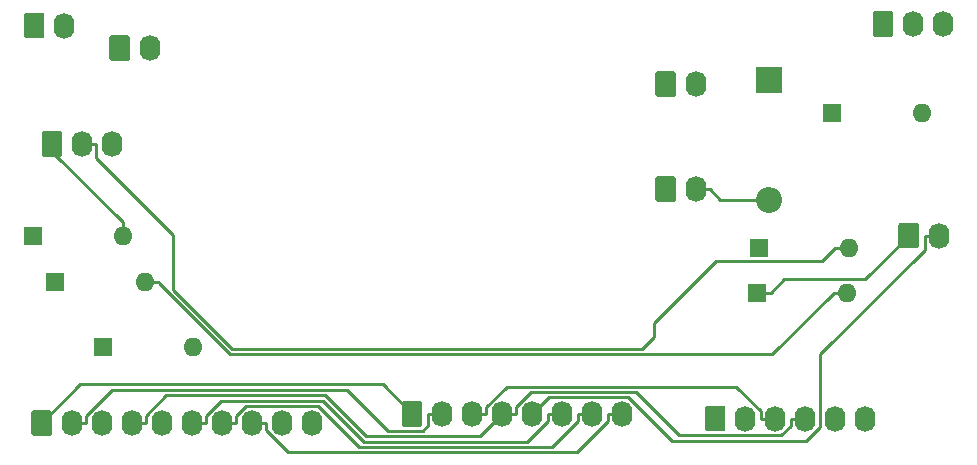
<source format=gbr>
G04 #@! TF.GenerationSoftware,KiCad,Pcbnew,(5.1.5-0-10_14)*
G04 #@! TF.CreationDate,2021-04-18T14:44:46+10:00*
G04 #@! TF.ProjectId,OH - Right Console - 5 - Sensor Panel,4f48202d-2052-4696-9768-7420436f6e73,rev?*
G04 #@! TF.SameCoordinates,Original*
G04 #@! TF.FileFunction,Copper,L1,Top*
G04 #@! TF.FilePolarity,Positive*
%FSLAX46Y46*%
G04 Gerber Fmt 4.6, Leading zero omitted, Abs format (unit mm)*
G04 Created by KiCad (PCBNEW (5.1.5-0-10_14)) date 2021-04-18 14:44:46*
%MOMM*%
%LPD*%
G04 APERTURE LIST*
%ADD10O,1.740000X2.200000*%
%ADD11C,0.100000*%
%ADD12O,2.200000X2.200000*%
%ADD13R,2.200000X2.200000*%
%ADD14O,1.600000X1.600000*%
%ADD15R,1.600000X1.600000*%
%ADD16C,0.250000*%
G04 APERTURE END LIST*
D10*
X128397000Y-72009000D03*
G04 #@! TA.AperFunction,ComponentPad*
D11*
G36*
X126501505Y-70910204D02*
G01*
X126525773Y-70913804D01*
X126549572Y-70919765D01*
X126572671Y-70928030D01*
X126594850Y-70938520D01*
X126615893Y-70951132D01*
X126635599Y-70965747D01*
X126653777Y-70982223D01*
X126670253Y-71000401D01*
X126684868Y-71020107D01*
X126697480Y-71041150D01*
X126707970Y-71063329D01*
X126716235Y-71086428D01*
X126722196Y-71110227D01*
X126725796Y-71134495D01*
X126727000Y-71158999D01*
X126727000Y-72859001D01*
X126725796Y-72883505D01*
X126722196Y-72907773D01*
X126716235Y-72931572D01*
X126707970Y-72954671D01*
X126697480Y-72976850D01*
X126684868Y-72997893D01*
X126670253Y-73017599D01*
X126653777Y-73035777D01*
X126635599Y-73052253D01*
X126615893Y-73066868D01*
X126594850Y-73079480D01*
X126572671Y-73089970D01*
X126549572Y-73098235D01*
X126525773Y-73104196D01*
X126501505Y-73107796D01*
X126477001Y-73109000D01*
X125236999Y-73109000D01*
X125212495Y-73107796D01*
X125188227Y-73104196D01*
X125164428Y-73098235D01*
X125141329Y-73089970D01*
X125119150Y-73079480D01*
X125098107Y-73066868D01*
X125078401Y-73052253D01*
X125060223Y-73035777D01*
X125043747Y-73017599D01*
X125029132Y-72997893D01*
X125016520Y-72976850D01*
X125006030Y-72954671D01*
X124997765Y-72931572D01*
X124991804Y-72907773D01*
X124988204Y-72883505D01*
X124987000Y-72859001D01*
X124987000Y-71158999D01*
X124988204Y-71134495D01*
X124991804Y-71110227D01*
X124997765Y-71086428D01*
X125006030Y-71063329D01*
X125016520Y-71041150D01*
X125029132Y-71020107D01*
X125043747Y-71000401D01*
X125060223Y-70982223D01*
X125078401Y-70965747D01*
X125098107Y-70951132D01*
X125119150Y-70938520D01*
X125141329Y-70928030D01*
X125164428Y-70919765D01*
X125188227Y-70913804D01*
X125212495Y-70910204D01*
X125236999Y-70909000D01*
X126477001Y-70909000D01*
X126501505Y-70910204D01*
G37*
G04 #@! TD.AperFunction*
D10*
X128397000Y-80899000D03*
G04 #@! TA.AperFunction,ComponentPad*
D11*
G36*
X126501505Y-79800204D02*
G01*
X126525773Y-79803804D01*
X126549572Y-79809765D01*
X126572671Y-79818030D01*
X126594850Y-79828520D01*
X126615893Y-79841132D01*
X126635599Y-79855747D01*
X126653777Y-79872223D01*
X126670253Y-79890401D01*
X126684868Y-79910107D01*
X126697480Y-79931150D01*
X126707970Y-79953329D01*
X126716235Y-79976428D01*
X126722196Y-80000227D01*
X126725796Y-80024495D01*
X126727000Y-80048999D01*
X126727000Y-81749001D01*
X126725796Y-81773505D01*
X126722196Y-81797773D01*
X126716235Y-81821572D01*
X126707970Y-81844671D01*
X126697480Y-81866850D01*
X126684868Y-81887893D01*
X126670253Y-81907599D01*
X126653777Y-81925777D01*
X126635599Y-81942253D01*
X126615893Y-81956868D01*
X126594850Y-81969480D01*
X126572671Y-81979970D01*
X126549572Y-81988235D01*
X126525773Y-81994196D01*
X126501505Y-81997796D01*
X126477001Y-81999000D01*
X125236999Y-81999000D01*
X125212495Y-81997796D01*
X125188227Y-81994196D01*
X125164428Y-81988235D01*
X125141329Y-81979970D01*
X125119150Y-81969480D01*
X125098107Y-81956868D01*
X125078401Y-81942253D01*
X125060223Y-81925777D01*
X125043747Y-81907599D01*
X125029132Y-81887893D01*
X125016520Y-81866850D01*
X125006030Y-81844671D01*
X124997765Y-81821572D01*
X124991804Y-81797773D01*
X124988204Y-81773505D01*
X124987000Y-81749001D01*
X124987000Y-80048999D01*
X124988204Y-80024495D01*
X124991804Y-80000227D01*
X124997765Y-79976428D01*
X125006030Y-79953329D01*
X125016520Y-79931150D01*
X125029132Y-79910107D01*
X125043747Y-79890401D01*
X125060223Y-79872223D01*
X125078401Y-79855747D01*
X125098107Y-79841132D01*
X125119150Y-79828520D01*
X125141329Y-79818030D01*
X125164428Y-79809765D01*
X125188227Y-79803804D01*
X125212495Y-79800204D01*
X125236999Y-79799000D01*
X126477001Y-79799000D01*
X126501505Y-79800204D01*
G37*
G04 #@! TD.AperFunction*
D12*
X134620000Y-81788000D03*
D13*
X134620000Y-71628000D03*
D10*
X142748000Y-100330000D03*
X140208000Y-100330000D03*
X137668000Y-100330000D03*
X135128000Y-100330000D03*
X132588000Y-100330000D03*
G04 #@! TA.AperFunction,ComponentPad*
D11*
G36*
X130692505Y-99231204D02*
G01*
X130716773Y-99234804D01*
X130740572Y-99240765D01*
X130763671Y-99249030D01*
X130785850Y-99259520D01*
X130806893Y-99272132D01*
X130826599Y-99286747D01*
X130844777Y-99303223D01*
X130861253Y-99321401D01*
X130875868Y-99341107D01*
X130888480Y-99362150D01*
X130898970Y-99384329D01*
X130907235Y-99407428D01*
X130913196Y-99431227D01*
X130916796Y-99455495D01*
X130918000Y-99479999D01*
X130918000Y-101180001D01*
X130916796Y-101204505D01*
X130913196Y-101228773D01*
X130907235Y-101252572D01*
X130898970Y-101275671D01*
X130888480Y-101297850D01*
X130875868Y-101318893D01*
X130861253Y-101338599D01*
X130844777Y-101356777D01*
X130826599Y-101373253D01*
X130806893Y-101387868D01*
X130785850Y-101400480D01*
X130763671Y-101410970D01*
X130740572Y-101419235D01*
X130716773Y-101425196D01*
X130692505Y-101428796D01*
X130668001Y-101430000D01*
X129427999Y-101430000D01*
X129403495Y-101428796D01*
X129379227Y-101425196D01*
X129355428Y-101419235D01*
X129332329Y-101410970D01*
X129310150Y-101400480D01*
X129289107Y-101387868D01*
X129269401Y-101373253D01*
X129251223Y-101356777D01*
X129234747Y-101338599D01*
X129220132Y-101318893D01*
X129207520Y-101297850D01*
X129197030Y-101275671D01*
X129188765Y-101252572D01*
X129182804Y-101228773D01*
X129179204Y-101204505D01*
X129178000Y-101180001D01*
X129178000Y-99479999D01*
X129179204Y-99455495D01*
X129182804Y-99431227D01*
X129188765Y-99407428D01*
X129197030Y-99384329D01*
X129207520Y-99362150D01*
X129220132Y-99341107D01*
X129234747Y-99321401D01*
X129251223Y-99303223D01*
X129269401Y-99286747D01*
X129289107Y-99272132D01*
X129310150Y-99259520D01*
X129332329Y-99249030D01*
X129355428Y-99240765D01*
X129379227Y-99234804D01*
X129403495Y-99231204D01*
X129427999Y-99230000D01*
X130668001Y-99230000D01*
X130692505Y-99231204D01*
G37*
G04 #@! TD.AperFunction*
D10*
X95885000Y-100711000D03*
X93345000Y-100711000D03*
X90805000Y-100711000D03*
X88265000Y-100711000D03*
X85725000Y-100711000D03*
X83185000Y-100711000D03*
X80645000Y-100711000D03*
X78105000Y-100711000D03*
X75565000Y-100711000D03*
G04 #@! TA.AperFunction,ComponentPad*
D11*
G36*
X73669505Y-99612204D02*
G01*
X73693773Y-99615804D01*
X73717572Y-99621765D01*
X73740671Y-99630030D01*
X73762850Y-99640520D01*
X73783893Y-99653132D01*
X73803599Y-99667747D01*
X73821777Y-99684223D01*
X73838253Y-99702401D01*
X73852868Y-99722107D01*
X73865480Y-99743150D01*
X73875970Y-99765329D01*
X73884235Y-99788428D01*
X73890196Y-99812227D01*
X73893796Y-99836495D01*
X73895000Y-99860999D01*
X73895000Y-101561001D01*
X73893796Y-101585505D01*
X73890196Y-101609773D01*
X73884235Y-101633572D01*
X73875970Y-101656671D01*
X73865480Y-101678850D01*
X73852868Y-101699893D01*
X73838253Y-101719599D01*
X73821777Y-101737777D01*
X73803599Y-101754253D01*
X73783893Y-101768868D01*
X73762850Y-101781480D01*
X73740671Y-101791970D01*
X73717572Y-101800235D01*
X73693773Y-101806196D01*
X73669505Y-101809796D01*
X73645001Y-101811000D01*
X72404999Y-101811000D01*
X72380495Y-101809796D01*
X72356227Y-101806196D01*
X72332428Y-101800235D01*
X72309329Y-101791970D01*
X72287150Y-101781480D01*
X72266107Y-101768868D01*
X72246401Y-101754253D01*
X72228223Y-101737777D01*
X72211747Y-101719599D01*
X72197132Y-101699893D01*
X72184520Y-101678850D01*
X72174030Y-101656671D01*
X72165765Y-101633572D01*
X72159804Y-101609773D01*
X72156204Y-101585505D01*
X72155000Y-101561001D01*
X72155000Y-99860999D01*
X72156204Y-99836495D01*
X72159804Y-99812227D01*
X72165765Y-99788428D01*
X72174030Y-99765329D01*
X72184520Y-99743150D01*
X72197132Y-99722107D01*
X72211747Y-99702401D01*
X72228223Y-99684223D01*
X72246401Y-99667747D01*
X72266107Y-99653132D01*
X72287150Y-99640520D01*
X72309329Y-99630030D01*
X72332428Y-99621765D01*
X72356227Y-99615804D01*
X72380495Y-99612204D01*
X72404999Y-99611000D01*
X73645001Y-99611000D01*
X73669505Y-99612204D01*
G37*
G04 #@! TD.AperFunction*
D10*
X148971000Y-84836000D03*
G04 #@! TA.AperFunction,ComponentPad*
D11*
G36*
X147075505Y-83737204D02*
G01*
X147099773Y-83740804D01*
X147123572Y-83746765D01*
X147146671Y-83755030D01*
X147168850Y-83765520D01*
X147189893Y-83778132D01*
X147209599Y-83792747D01*
X147227777Y-83809223D01*
X147244253Y-83827401D01*
X147258868Y-83847107D01*
X147271480Y-83868150D01*
X147281970Y-83890329D01*
X147290235Y-83913428D01*
X147296196Y-83937227D01*
X147299796Y-83961495D01*
X147301000Y-83985999D01*
X147301000Y-85686001D01*
X147299796Y-85710505D01*
X147296196Y-85734773D01*
X147290235Y-85758572D01*
X147281970Y-85781671D01*
X147271480Y-85803850D01*
X147258868Y-85824893D01*
X147244253Y-85844599D01*
X147227777Y-85862777D01*
X147209599Y-85879253D01*
X147189893Y-85893868D01*
X147168850Y-85906480D01*
X147146671Y-85916970D01*
X147123572Y-85925235D01*
X147099773Y-85931196D01*
X147075505Y-85934796D01*
X147051001Y-85936000D01*
X145810999Y-85936000D01*
X145786495Y-85934796D01*
X145762227Y-85931196D01*
X145738428Y-85925235D01*
X145715329Y-85916970D01*
X145693150Y-85906480D01*
X145672107Y-85893868D01*
X145652401Y-85879253D01*
X145634223Y-85862777D01*
X145617747Y-85844599D01*
X145603132Y-85824893D01*
X145590520Y-85803850D01*
X145580030Y-85781671D01*
X145571765Y-85758572D01*
X145565804Y-85734773D01*
X145562204Y-85710505D01*
X145561000Y-85686001D01*
X145561000Y-83985999D01*
X145562204Y-83961495D01*
X145565804Y-83937227D01*
X145571765Y-83913428D01*
X145580030Y-83890329D01*
X145590520Y-83868150D01*
X145603132Y-83847107D01*
X145617747Y-83827401D01*
X145634223Y-83809223D01*
X145652401Y-83792747D01*
X145672107Y-83778132D01*
X145693150Y-83765520D01*
X145715329Y-83755030D01*
X145738428Y-83746765D01*
X145762227Y-83740804D01*
X145786495Y-83737204D01*
X145810999Y-83736000D01*
X147051001Y-83736000D01*
X147075505Y-83737204D01*
G37*
G04 #@! TD.AperFunction*
D10*
X82169000Y-68961000D03*
G04 #@! TA.AperFunction,ComponentPad*
D11*
G36*
X80273505Y-67862204D02*
G01*
X80297773Y-67865804D01*
X80321572Y-67871765D01*
X80344671Y-67880030D01*
X80366850Y-67890520D01*
X80387893Y-67903132D01*
X80407599Y-67917747D01*
X80425777Y-67934223D01*
X80442253Y-67952401D01*
X80456868Y-67972107D01*
X80469480Y-67993150D01*
X80479970Y-68015329D01*
X80488235Y-68038428D01*
X80494196Y-68062227D01*
X80497796Y-68086495D01*
X80499000Y-68110999D01*
X80499000Y-69811001D01*
X80497796Y-69835505D01*
X80494196Y-69859773D01*
X80488235Y-69883572D01*
X80479970Y-69906671D01*
X80469480Y-69928850D01*
X80456868Y-69949893D01*
X80442253Y-69969599D01*
X80425777Y-69987777D01*
X80407599Y-70004253D01*
X80387893Y-70018868D01*
X80366850Y-70031480D01*
X80344671Y-70041970D01*
X80321572Y-70050235D01*
X80297773Y-70056196D01*
X80273505Y-70059796D01*
X80249001Y-70061000D01*
X79008999Y-70061000D01*
X78984495Y-70059796D01*
X78960227Y-70056196D01*
X78936428Y-70050235D01*
X78913329Y-70041970D01*
X78891150Y-70031480D01*
X78870107Y-70018868D01*
X78850401Y-70004253D01*
X78832223Y-69987777D01*
X78815747Y-69969599D01*
X78801132Y-69949893D01*
X78788520Y-69928850D01*
X78778030Y-69906671D01*
X78769765Y-69883572D01*
X78763804Y-69859773D01*
X78760204Y-69835505D01*
X78759000Y-69811001D01*
X78759000Y-68110999D01*
X78760204Y-68086495D01*
X78763804Y-68062227D01*
X78769765Y-68038428D01*
X78778030Y-68015329D01*
X78788520Y-67993150D01*
X78801132Y-67972107D01*
X78815747Y-67952401D01*
X78832223Y-67934223D01*
X78850401Y-67917747D01*
X78870107Y-67903132D01*
X78891150Y-67890520D01*
X78913329Y-67880030D01*
X78936428Y-67871765D01*
X78960227Y-67865804D01*
X78984495Y-67862204D01*
X79008999Y-67861000D01*
X80249001Y-67861000D01*
X80273505Y-67862204D01*
G37*
G04 #@! TD.AperFunction*
D10*
X74930000Y-67056000D03*
G04 #@! TA.AperFunction,ComponentPad*
D11*
G36*
X73034505Y-65957204D02*
G01*
X73058773Y-65960804D01*
X73082572Y-65966765D01*
X73105671Y-65975030D01*
X73127850Y-65985520D01*
X73148893Y-65998132D01*
X73168599Y-66012747D01*
X73186777Y-66029223D01*
X73203253Y-66047401D01*
X73217868Y-66067107D01*
X73230480Y-66088150D01*
X73240970Y-66110329D01*
X73249235Y-66133428D01*
X73255196Y-66157227D01*
X73258796Y-66181495D01*
X73260000Y-66205999D01*
X73260000Y-67906001D01*
X73258796Y-67930505D01*
X73255196Y-67954773D01*
X73249235Y-67978572D01*
X73240970Y-68001671D01*
X73230480Y-68023850D01*
X73217868Y-68044893D01*
X73203253Y-68064599D01*
X73186777Y-68082777D01*
X73168599Y-68099253D01*
X73148893Y-68113868D01*
X73127850Y-68126480D01*
X73105671Y-68136970D01*
X73082572Y-68145235D01*
X73058773Y-68151196D01*
X73034505Y-68154796D01*
X73010001Y-68156000D01*
X71769999Y-68156000D01*
X71745495Y-68154796D01*
X71721227Y-68151196D01*
X71697428Y-68145235D01*
X71674329Y-68136970D01*
X71652150Y-68126480D01*
X71631107Y-68113868D01*
X71611401Y-68099253D01*
X71593223Y-68082777D01*
X71576747Y-68064599D01*
X71562132Y-68044893D01*
X71549520Y-68023850D01*
X71539030Y-68001671D01*
X71530765Y-67978572D01*
X71524804Y-67954773D01*
X71521204Y-67930505D01*
X71520000Y-67906001D01*
X71520000Y-66205999D01*
X71521204Y-66181495D01*
X71524804Y-66157227D01*
X71530765Y-66133428D01*
X71539030Y-66110329D01*
X71549520Y-66088150D01*
X71562132Y-66067107D01*
X71576747Y-66047401D01*
X71593223Y-66029223D01*
X71611401Y-66012747D01*
X71631107Y-65998132D01*
X71652150Y-65985520D01*
X71674329Y-65975030D01*
X71697428Y-65966765D01*
X71721227Y-65960804D01*
X71745495Y-65957204D01*
X71769999Y-65956000D01*
X73010001Y-65956000D01*
X73034505Y-65957204D01*
G37*
G04 #@! TD.AperFunction*
D10*
X149352000Y-66929000D03*
X146812000Y-66929000D03*
G04 #@! TA.AperFunction,ComponentPad*
D11*
G36*
X144916505Y-65830204D02*
G01*
X144940773Y-65833804D01*
X144964572Y-65839765D01*
X144987671Y-65848030D01*
X145009850Y-65858520D01*
X145030893Y-65871132D01*
X145050599Y-65885747D01*
X145068777Y-65902223D01*
X145085253Y-65920401D01*
X145099868Y-65940107D01*
X145112480Y-65961150D01*
X145122970Y-65983329D01*
X145131235Y-66006428D01*
X145137196Y-66030227D01*
X145140796Y-66054495D01*
X145142000Y-66078999D01*
X145142000Y-67779001D01*
X145140796Y-67803505D01*
X145137196Y-67827773D01*
X145131235Y-67851572D01*
X145122970Y-67874671D01*
X145112480Y-67896850D01*
X145099868Y-67917893D01*
X145085253Y-67937599D01*
X145068777Y-67955777D01*
X145050599Y-67972253D01*
X145030893Y-67986868D01*
X145009850Y-67999480D01*
X144987671Y-68009970D01*
X144964572Y-68018235D01*
X144940773Y-68024196D01*
X144916505Y-68027796D01*
X144892001Y-68029000D01*
X143651999Y-68029000D01*
X143627495Y-68027796D01*
X143603227Y-68024196D01*
X143579428Y-68018235D01*
X143556329Y-68009970D01*
X143534150Y-67999480D01*
X143513107Y-67986868D01*
X143493401Y-67972253D01*
X143475223Y-67955777D01*
X143458747Y-67937599D01*
X143444132Y-67917893D01*
X143431520Y-67896850D01*
X143421030Y-67874671D01*
X143412765Y-67851572D01*
X143406804Y-67827773D01*
X143403204Y-67803505D01*
X143402000Y-67779001D01*
X143402000Y-66078999D01*
X143403204Y-66054495D01*
X143406804Y-66030227D01*
X143412765Y-66006428D01*
X143421030Y-65983329D01*
X143431520Y-65961150D01*
X143444132Y-65940107D01*
X143458747Y-65920401D01*
X143475223Y-65902223D01*
X143493401Y-65885747D01*
X143513107Y-65871132D01*
X143534150Y-65858520D01*
X143556329Y-65848030D01*
X143579428Y-65839765D01*
X143603227Y-65833804D01*
X143627495Y-65830204D01*
X143651999Y-65829000D01*
X144892001Y-65829000D01*
X144916505Y-65830204D01*
G37*
G04 #@! TD.AperFunction*
D10*
X122174000Y-99949000D03*
X119634000Y-99949000D03*
X117094000Y-99949000D03*
X114554000Y-99949000D03*
X112014000Y-99949000D03*
X109474000Y-99949000D03*
X106934000Y-99949000D03*
G04 #@! TA.AperFunction,ComponentPad*
D11*
G36*
X105038505Y-98850204D02*
G01*
X105062773Y-98853804D01*
X105086572Y-98859765D01*
X105109671Y-98868030D01*
X105131850Y-98878520D01*
X105152893Y-98891132D01*
X105172599Y-98905747D01*
X105190777Y-98922223D01*
X105207253Y-98940401D01*
X105221868Y-98960107D01*
X105234480Y-98981150D01*
X105244970Y-99003329D01*
X105253235Y-99026428D01*
X105259196Y-99050227D01*
X105262796Y-99074495D01*
X105264000Y-99098999D01*
X105264000Y-100799001D01*
X105262796Y-100823505D01*
X105259196Y-100847773D01*
X105253235Y-100871572D01*
X105244970Y-100894671D01*
X105234480Y-100916850D01*
X105221868Y-100937893D01*
X105207253Y-100957599D01*
X105190777Y-100975777D01*
X105172599Y-100992253D01*
X105152893Y-101006868D01*
X105131850Y-101019480D01*
X105109671Y-101029970D01*
X105086572Y-101038235D01*
X105062773Y-101044196D01*
X105038505Y-101047796D01*
X105014001Y-101049000D01*
X103773999Y-101049000D01*
X103749495Y-101047796D01*
X103725227Y-101044196D01*
X103701428Y-101038235D01*
X103678329Y-101029970D01*
X103656150Y-101019480D01*
X103635107Y-101006868D01*
X103615401Y-100992253D01*
X103597223Y-100975777D01*
X103580747Y-100957599D01*
X103566132Y-100937893D01*
X103553520Y-100916850D01*
X103543030Y-100894671D01*
X103534765Y-100871572D01*
X103528804Y-100847773D01*
X103525204Y-100823505D01*
X103524000Y-100799001D01*
X103524000Y-99098999D01*
X103525204Y-99074495D01*
X103528804Y-99050227D01*
X103534765Y-99026428D01*
X103543030Y-99003329D01*
X103553520Y-98981150D01*
X103566132Y-98960107D01*
X103580747Y-98940401D01*
X103597223Y-98922223D01*
X103615401Y-98905747D01*
X103635107Y-98891132D01*
X103656150Y-98878520D01*
X103678329Y-98868030D01*
X103701428Y-98859765D01*
X103725227Y-98853804D01*
X103749495Y-98850204D01*
X103773999Y-98849000D01*
X105014001Y-98849000D01*
X105038505Y-98850204D01*
G37*
G04 #@! TD.AperFunction*
D10*
X78994000Y-77089000D03*
X76454000Y-77089000D03*
G04 #@! TA.AperFunction,ComponentPad*
D11*
G36*
X74558505Y-75990204D02*
G01*
X74582773Y-75993804D01*
X74606572Y-75999765D01*
X74629671Y-76008030D01*
X74651850Y-76018520D01*
X74672893Y-76031132D01*
X74692599Y-76045747D01*
X74710777Y-76062223D01*
X74727253Y-76080401D01*
X74741868Y-76100107D01*
X74754480Y-76121150D01*
X74764970Y-76143329D01*
X74773235Y-76166428D01*
X74779196Y-76190227D01*
X74782796Y-76214495D01*
X74784000Y-76238999D01*
X74784000Y-77939001D01*
X74782796Y-77963505D01*
X74779196Y-77987773D01*
X74773235Y-78011572D01*
X74764970Y-78034671D01*
X74754480Y-78056850D01*
X74741868Y-78077893D01*
X74727253Y-78097599D01*
X74710777Y-78115777D01*
X74692599Y-78132253D01*
X74672893Y-78146868D01*
X74651850Y-78159480D01*
X74629671Y-78169970D01*
X74606572Y-78178235D01*
X74582773Y-78184196D01*
X74558505Y-78187796D01*
X74534001Y-78189000D01*
X73293999Y-78189000D01*
X73269495Y-78187796D01*
X73245227Y-78184196D01*
X73221428Y-78178235D01*
X73198329Y-78169970D01*
X73176150Y-78159480D01*
X73155107Y-78146868D01*
X73135401Y-78132253D01*
X73117223Y-78115777D01*
X73100747Y-78097599D01*
X73086132Y-78077893D01*
X73073520Y-78056850D01*
X73063030Y-78034671D01*
X73054765Y-78011572D01*
X73048804Y-77987773D01*
X73045204Y-77963505D01*
X73044000Y-77939001D01*
X73044000Y-76238999D01*
X73045204Y-76214495D01*
X73048804Y-76190227D01*
X73054765Y-76166428D01*
X73063030Y-76143329D01*
X73073520Y-76121150D01*
X73086132Y-76100107D01*
X73100747Y-76080401D01*
X73117223Y-76062223D01*
X73135401Y-76045747D01*
X73155107Y-76031132D01*
X73176150Y-76018520D01*
X73198329Y-76008030D01*
X73221428Y-75999765D01*
X73245227Y-75993804D01*
X73269495Y-75990204D01*
X73293999Y-75989000D01*
X74534001Y-75989000D01*
X74558505Y-75990204D01*
G37*
G04 #@! TD.AperFunction*
D14*
X85852000Y-94234000D03*
D15*
X78232000Y-94234000D03*
D14*
X141351000Y-85852000D03*
D15*
X133731000Y-85852000D03*
D14*
X141224000Y-89662000D03*
D15*
X133604000Y-89662000D03*
D14*
X81788000Y-88773000D03*
D15*
X74168000Y-88773000D03*
D14*
X79883000Y-84836000D03*
D15*
X72263000Y-84836000D03*
D14*
X147574000Y-74422000D03*
D15*
X139954000Y-74422000D03*
D16*
X81788000Y-88773000D02*
X82913300Y-88773000D01*
X141224000Y-89662000D02*
X140098700Y-89662000D01*
X140098700Y-89662000D02*
X134857400Y-94903300D01*
X134857400Y-94903300D02*
X88963800Y-94903300D01*
X88963800Y-94903300D02*
X82913300Y-88852800D01*
X82913300Y-88852800D02*
X82913300Y-88773000D01*
X79883000Y-84836000D02*
X79883000Y-83710700D01*
X79883000Y-83710700D02*
X73914000Y-77741700D01*
X73914000Y-77741700D02*
X73914000Y-77089000D01*
X133604000Y-89662000D02*
X134729300Y-89662000D01*
X134729300Y-89662000D02*
X135854600Y-88536700D01*
X135854600Y-88536700D02*
X142730300Y-88536700D01*
X142730300Y-88536700D02*
X146431000Y-84836000D01*
X140225700Y-85852000D02*
X139100400Y-86977300D01*
X139100400Y-86977300D02*
X130096900Y-86977300D01*
X130096900Y-86977300D02*
X124859700Y-92214500D01*
X124859700Y-92214500D02*
X124859700Y-93467800D01*
X124859700Y-93467800D02*
X123885100Y-94442400D01*
X123885100Y-94442400D02*
X89139800Y-94442400D01*
X89139800Y-94442400D02*
X84119600Y-89422200D01*
X84119600Y-89422200D02*
X84119600Y-84754600D01*
X84119600Y-84754600D02*
X77649300Y-78284300D01*
X77649300Y-78284300D02*
X77649300Y-77089000D01*
X76454000Y-77089000D02*
X77649300Y-77089000D01*
X141351000Y-85852000D02*
X140225700Y-85852000D01*
X90805000Y-100711000D02*
X92000300Y-100711000D01*
X122174000Y-99949000D02*
X120978700Y-99949000D01*
X120978700Y-99949000D02*
X120978700Y-100546600D01*
X120978700Y-100546600D02*
X118322900Y-103202400D01*
X118322900Y-103202400D02*
X93894000Y-103202400D01*
X93894000Y-103202400D02*
X92000300Y-101308700D01*
X92000300Y-101308700D02*
X92000300Y-100711000D01*
X118438700Y-99949000D02*
X118438700Y-100546600D01*
X118438700Y-100546600D02*
X116235700Y-102749600D01*
X116235700Y-102749600D02*
X99875700Y-102749600D01*
X99875700Y-102749600D02*
X96392800Y-99266700D01*
X96392800Y-99266700D02*
X90306900Y-99266700D01*
X90306900Y-99266700D02*
X89460300Y-100113300D01*
X89460300Y-100113300D02*
X89460300Y-100711000D01*
X88265000Y-100711000D02*
X89460300Y-100711000D01*
X119634000Y-99949000D02*
X118438700Y-99949000D01*
X115898700Y-99949000D02*
X115898700Y-100546600D01*
X115898700Y-100546600D02*
X114146100Y-102299200D01*
X114146100Y-102299200D02*
X100287200Y-102299200D01*
X100287200Y-102299200D02*
X96804400Y-98816400D01*
X96804400Y-98816400D02*
X88217200Y-98816400D01*
X88217200Y-98816400D02*
X86920300Y-100113300D01*
X86920300Y-100113300D02*
X86920300Y-100711000D01*
X85725000Y-100711000D02*
X86920300Y-100711000D01*
X117094000Y-99949000D02*
X115898700Y-99949000D01*
X148971000Y-84836000D02*
X147775700Y-84836000D01*
X114554000Y-99949000D02*
X115979300Y-98523700D01*
X115979300Y-98523700D02*
X122681500Y-98523700D01*
X122681500Y-98523700D02*
X126380000Y-102222200D01*
X126380000Y-102222200D02*
X137764000Y-102222200D01*
X137764000Y-102222200D02*
X138938000Y-101048200D01*
X138938000Y-101048200D02*
X138938000Y-94869000D01*
X138938000Y-94869000D02*
X147775700Y-86031300D01*
X147775700Y-86031300D02*
X147775700Y-84836000D01*
X136472700Y-100330000D02*
X136472700Y-100927600D01*
X136472700Y-100927600D02*
X135644100Y-101756200D01*
X135644100Y-101756200D02*
X127013800Y-101756200D01*
X127013800Y-101756200D02*
X123330900Y-98073300D01*
X123330900Y-98073300D02*
X114487400Y-98073300D01*
X114487400Y-98073300D02*
X113209300Y-99351400D01*
X113209300Y-99351400D02*
X113209300Y-99949000D01*
X112014000Y-99949000D02*
X110117800Y-101845200D01*
X110117800Y-101845200D02*
X100470100Y-101845200D01*
X100470100Y-101845200D02*
X96991000Y-98366100D01*
X96991000Y-98366100D02*
X83587600Y-98366100D01*
X83587600Y-98366100D02*
X81840300Y-100113400D01*
X81840300Y-100113400D02*
X81840300Y-100711000D01*
X80645000Y-100711000D02*
X81840300Y-100711000D01*
X137668000Y-100330000D02*
X136472700Y-100330000D01*
X112014000Y-99949000D02*
X113209300Y-99949000D01*
X133932700Y-100330000D02*
X133932700Y-99732400D01*
X133932700Y-99732400D02*
X131823300Y-97623000D01*
X131823300Y-97623000D02*
X112394400Y-97623000D01*
X112394400Y-97623000D02*
X110669300Y-99348100D01*
X110669300Y-99348100D02*
X110669300Y-99949000D01*
X135128000Y-100330000D02*
X133932700Y-100330000D01*
X109474000Y-99949000D02*
X110669300Y-99949000D01*
X75565000Y-100711000D02*
X76760300Y-100711000D01*
X106934000Y-99949000D02*
X105738700Y-99949000D01*
X105738700Y-99949000D02*
X105738700Y-100920200D01*
X105738700Y-100920200D02*
X105273900Y-101385000D01*
X105273900Y-101385000D02*
X102356400Y-101385000D01*
X102356400Y-101385000D02*
X98877700Y-97906300D01*
X98877700Y-97906300D02*
X78967300Y-97906300D01*
X78967300Y-97906300D02*
X76760300Y-100113300D01*
X76760300Y-100113300D02*
X76760300Y-100711000D01*
X104394000Y-99949000D02*
X101891500Y-97446500D01*
X101891500Y-97446500D02*
X76289500Y-97446500D01*
X76289500Y-97446500D02*
X73025000Y-100711000D01*
X128397000Y-80899000D02*
X129592300Y-80899000D01*
X134620000Y-81788000D02*
X130481300Y-81788000D01*
X130481300Y-81788000D02*
X129592300Y-80899000D01*
M02*

</source>
